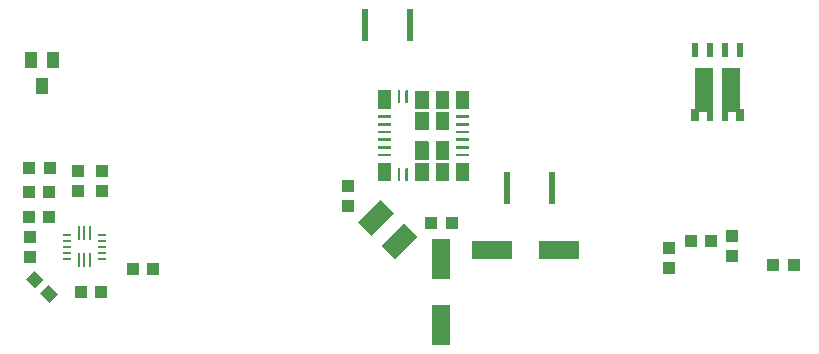
<source format=gbr>
G04 EAGLE Gerber RS-274X export*
G75*
%MOMM*%
%FSLAX34Y34*%
%LPD*%
%INSolderpaste Bottom*%
%IPPOS*%
%AMOC8*
5,1,8,0,0,1.08239X$1,22.5*%
G01*
%ADD10R,1.100000X1.000000*%
%ADD11R,1.000000X1.100000*%
%ADD12R,0.558800X2.794000*%
%ADD13R,1.600000X2.700000*%
%ADD14R,1.000000X1.400000*%
%ADD15R,3.500000X1.600000*%
%ADD16R,1.600000X3.500000*%
%ADD17R,0.610000X1.020000*%
%ADD18R,1.650000X3.810000*%
%ADD19R,0.610000X1.270000*%
%ADD20R,0.650000X1.100000*%
%ADD21R,0.650000X1.050000*%
%ADD22R,0.700000X0.200000*%
%ADD23R,0.200000X1.300000*%

G36*
X33956Y-297335D02*
X33956Y-297335D01*
X33960Y-297338D01*
X34151Y-297300D01*
X34160Y-297290D01*
X34169Y-297293D01*
X34331Y-297185D01*
X34335Y-297171D01*
X34345Y-297171D01*
X34453Y-297009D01*
X34452Y-296995D01*
X34460Y-296991D01*
X34498Y-296800D01*
X34495Y-296793D01*
X34499Y-296790D01*
X34499Y-282290D01*
X34495Y-282284D01*
X34498Y-282280D01*
X34460Y-282089D01*
X34450Y-282080D01*
X34453Y-282071D01*
X34345Y-281909D01*
X34331Y-281905D01*
X34331Y-281896D01*
X34169Y-281787D01*
X34155Y-281788D01*
X34151Y-281780D01*
X33960Y-281742D01*
X33953Y-281745D01*
X33950Y-281741D01*
X23450Y-281741D01*
X23444Y-281745D01*
X23440Y-281742D01*
X23249Y-281780D01*
X23240Y-281790D01*
X23231Y-281787D01*
X23069Y-281896D01*
X23065Y-281909D01*
X23056Y-281909D01*
X22947Y-282071D01*
X22948Y-282085D01*
X22940Y-282089D01*
X22902Y-282280D01*
X22905Y-282287D01*
X22901Y-282290D01*
X22901Y-296790D01*
X22905Y-296796D01*
X22902Y-296800D01*
X22940Y-296991D01*
X22950Y-297000D01*
X22947Y-297009D01*
X23056Y-297171D01*
X23069Y-297175D01*
X23069Y-297185D01*
X23231Y-297293D01*
X23245Y-297292D01*
X23249Y-297300D01*
X23440Y-297338D01*
X23447Y-297335D01*
X23450Y-297339D01*
X33950Y-297339D01*
X33956Y-297335D01*
G37*
G36*
X16456Y-297335D02*
X16456Y-297335D01*
X16460Y-297338D01*
X16651Y-297300D01*
X16660Y-297290D01*
X16669Y-297293D01*
X16831Y-297185D01*
X16835Y-297171D01*
X16845Y-297171D01*
X16953Y-297009D01*
X16952Y-296995D01*
X16960Y-296991D01*
X16998Y-296800D01*
X16995Y-296793D01*
X16999Y-296790D01*
X16999Y-282290D01*
X16995Y-282284D01*
X16998Y-282280D01*
X16960Y-282089D01*
X16950Y-282080D01*
X16953Y-282071D01*
X16845Y-281909D01*
X16831Y-281905D01*
X16831Y-281896D01*
X16669Y-281787D01*
X16655Y-281788D01*
X16651Y-281780D01*
X16460Y-281742D01*
X16453Y-281745D01*
X16450Y-281741D01*
X5950Y-281741D01*
X5944Y-281745D01*
X5940Y-281742D01*
X5749Y-281780D01*
X5740Y-281790D01*
X5731Y-281787D01*
X5569Y-281896D01*
X5565Y-281909D01*
X5556Y-281909D01*
X5447Y-282071D01*
X5448Y-282085D01*
X5440Y-282089D01*
X5402Y-282280D01*
X5405Y-282287D01*
X5401Y-282290D01*
X5401Y-296790D01*
X5405Y-296796D01*
X5402Y-296800D01*
X5440Y-296991D01*
X5450Y-297000D01*
X5447Y-297009D01*
X5556Y-297171D01*
X5569Y-297175D01*
X5569Y-297185D01*
X5731Y-297293D01*
X5745Y-297292D01*
X5749Y-297300D01*
X5940Y-297338D01*
X5947Y-297335D01*
X5950Y-297339D01*
X16450Y-297339D01*
X16456Y-297335D01*
G37*
G36*
X33956Y-315335D02*
X33956Y-315335D01*
X33960Y-315338D01*
X34151Y-315300D01*
X34160Y-315290D01*
X34169Y-315293D01*
X34331Y-315185D01*
X34335Y-315171D01*
X34345Y-315171D01*
X34453Y-315009D01*
X34452Y-314995D01*
X34460Y-314991D01*
X34498Y-314800D01*
X34495Y-314793D01*
X34499Y-314790D01*
X34499Y-300290D01*
X34495Y-300284D01*
X34498Y-300280D01*
X34460Y-300089D01*
X34450Y-300080D01*
X34453Y-300071D01*
X34345Y-299909D01*
X34331Y-299905D01*
X34331Y-299896D01*
X34169Y-299787D01*
X34155Y-299788D01*
X34151Y-299780D01*
X33960Y-299742D01*
X33953Y-299745D01*
X33950Y-299741D01*
X23450Y-299741D01*
X23444Y-299745D01*
X23440Y-299742D01*
X23249Y-299780D01*
X23240Y-299790D01*
X23231Y-299787D01*
X23069Y-299896D01*
X23065Y-299909D01*
X23056Y-299909D01*
X22947Y-300071D01*
X22948Y-300085D01*
X22940Y-300089D01*
X22902Y-300280D01*
X22905Y-300287D01*
X22901Y-300290D01*
X22901Y-314790D01*
X22905Y-314796D01*
X22902Y-314800D01*
X22940Y-314991D01*
X22950Y-315000D01*
X22947Y-315009D01*
X23056Y-315171D01*
X23069Y-315175D01*
X23069Y-315185D01*
X23231Y-315293D01*
X23245Y-315292D01*
X23249Y-315300D01*
X23440Y-315338D01*
X23447Y-315335D01*
X23450Y-315339D01*
X33950Y-315339D01*
X33956Y-315335D01*
G37*
G36*
X16456Y-315335D02*
X16456Y-315335D01*
X16460Y-315338D01*
X16651Y-315300D01*
X16660Y-315290D01*
X16669Y-315293D01*
X16831Y-315185D01*
X16835Y-315171D01*
X16845Y-315171D01*
X16953Y-315009D01*
X16952Y-314995D01*
X16960Y-314991D01*
X16998Y-314800D01*
X16995Y-314793D01*
X16999Y-314790D01*
X16999Y-300290D01*
X16995Y-300284D01*
X16998Y-300280D01*
X16960Y-300089D01*
X16950Y-300080D01*
X16953Y-300071D01*
X16845Y-299909D01*
X16831Y-299905D01*
X16831Y-299896D01*
X16669Y-299787D01*
X16655Y-299788D01*
X16651Y-299780D01*
X16460Y-299742D01*
X16453Y-299745D01*
X16450Y-299741D01*
X5950Y-299741D01*
X5944Y-299745D01*
X5940Y-299742D01*
X5749Y-299780D01*
X5740Y-299790D01*
X5731Y-299787D01*
X5569Y-299896D01*
X5565Y-299909D01*
X5556Y-299909D01*
X5447Y-300071D01*
X5448Y-300085D01*
X5440Y-300089D01*
X5402Y-300280D01*
X5405Y-300287D01*
X5401Y-300290D01*
X5401Y-314790D01*
X5405Y-314796D01*
X5402Y-314800D01*
X5440Y-314991D01*
X5450Y-315000D01*
X5447Y-315009D01*
X5556Y-315171D01*
X5569Y-315175D01*
X5569Y-315185D01*
X5731Y-315293D01*
X5745Y-315292D01*
X5749Y-315300D01*
X5940Y-315338D01*
X5947Y-315335D01*
X5950Y-315339D01*
X16450Y-315339D01*
X16456Y-315335D01*
G37*
G36*
X16456Y-340335D02*
X16456Y-340335D01*
X16460Y-340338D01*
X16651Y-340300D01*
X16660Y-340290D01*
X16669Y-340293D01*
X16831Y-340185D01*
X16835Y-340171D01*
X16845Y-340171D01*
X16953Y-340009D01*
X16952Y-339995D01*
X16960Y-339991D01*
X16998Y-339800D01*
X16995Y-339793D01*
X16999Y-339790D01*
X16999Y-325290D01*
X16995Y-325284D01*
X16998Y-325280D01*
X16960Y-325089D01*
X16950Y-325080D01*
X16953Y-325071D01*
X16845Y-324909D01*
X16831Y-324905D01*
X16831Y-324896D01*
X16669Y-324787D01*
X16655Y-324788D01*
X16651Y-324780D01*
X16460Y-324742D01*
X16453Y-324745D01*
X16450Y-324741D01*
X5950Y-324741D01*
X5944Y-324745D01*
X5940Y-324742D01*
X5749Y-324780D01*
X5740Y-324790D01*
X5731Y-324787D01*
X5569Y-324896D01*
X5565Y-324909D01*
X5556Y-324909D01*
X5447Y-325071D01*
X5448Y-325085D01*
X5440Y-325089D01*
X5402Y-325280D01*
X5405Y-325287D01*
X5401Y-325290D01*
X5401Y-339790D01*
X5405Y-339796D01*
X5402Y-339800D01*
X5440Y-339991D01*
X5450Y-340000D01*
X5447Y-340009D01*
X5556Y-340171D01*
X5569Y-340175D01*
X5569Y-340185D01*
X5731Y-340293D01*
X5745Y-340292D01*
X5749Y-340300D01*
X5940Y-340338D01*
X5947Y-340335D01*
X5950Y-340339D01*
X16450Y-340339D01*
X16456Y-340335D01*
G37*
G36*
X33956Y-340335D02*
X33956Y-340335D01*
X33960Y-340338D01*
X34151Y-340300D01*
X34160Y-340290D01*
X34169Y-340293D01*
X34331Y-340185D01*
X34335Y-340171D01*
X34345Y-340171D01*
X34453Y-340009D01*
X34452Y-339995D01*
X34460Y-339991D01*
X34498Y-339800D01*
X34495Y-339793D01*
X34499Y-339790D01*
X34499Y-325290D01*
X34495Y-325284D01*
X34498Y-325280D01*
X34460Y-325089D01*
X34450Y-325080D01*
X34453Y-325071D01*
X34345Y-324909D01*
X34331Y-324905D01*
X34331Y-324896D01*
X34169Y-324787D01*
X34155Y-324788D01*
X34151Y-324780D01*
X33960Y-324742D01*
X33953Y-324745D01*
X33950Y-324741D01*
X23450Y-324741D01*
X23444Y-324745D01*
X23440Y-324742D01*
X23249Y-324780D01*
X23240Y-324790D01*
X23231Y-324787D01*
X23069Y-324896D01*
X23065Y-324909D01*
X23056Y-324909D01*
X22947Y-325071D01*
X22948Y-325085D01*
X22940Y-325089D01*
X22902Y-325280D01*
X22905Y-325287D01*
X22901Y-325290D01*
X22901Y-339790D01*
X22905Y-339796D01*
X22902Y-339800D01*
X22940Y-339991D01*
X22950Y-340000D01*
X22947Y-340009D01*
X23056Y-340171D01*
X23069Y-340175D01*
X23069Y-340185D01*
X23231Y-340293D01*
X23245Y-340292D01*
X23249Y-340300D01*
X23440Y-340338D01*
X23447Y-340335D01*
X23450Y-340339D01*
X33950Y-340339D01*
X33956Y-340335D01*
G37*
G36*
X33956Y-358335D02*
X33956Y-358335D01*
X33960Y-358338D01*
X34151Y-358300D01*
X34160Y-358290D01*
X34169Y-358293D01*
X34331Y-358185D01*
X34335Y-358171D01*
X34345Y-358171D01*
X34453Y-358009D01*
X34452Y-357995D01*
X34460Y-357991D01*
X34498Y-357800D01*
X34495Y-357793D01*
X34499Y-357790D01*
X34499Y-343290D01*
X34495Y-343284D01*
X34498Y-343280D01*
X34460Y-343089D01*
X34450Y-343080D01*
X34453Y-343071D01*
X34345Y-342909D01*
X34331Y-342905D01*
X34331Y-342896D01*
X34169Y-342787D01*
X34155Y-342788D01*
X34151Y-342780D01*
X33960Y-342742D01*
X33953Y-342745D01*
X33950Y-342741D01*
X23450Y-342741D01*
X23444Y-342745D01*
X23440Y-342742D01*
X23249Y-342780D01*
X23240Y-342790D01*
X23231Y-342787D01*
X23069Y-342896D01*
X23065Y-342909D01*
X23056Y-342909D01*
X22947Y-343071D01*
X22948Y-343085D01*
X22940Y-343089D01*
X22902Y-343280D01*
X22905Y-343287D01*
X22901Y-343290D01*
X22901Y-357790D01*
X22905Y-357796D01*
X22902Y-357800D01*
X22940Y-357991D01*
X22950Y-358000D01*
X22947Y-358009D01*
X23056Y-358171D01*
X23069Y-358175D01*
X23069Y-358185D01*
X23231Y-358293D01*
X23245Y-358292D01*
X23249Y-358300D01*
X23440Y-358338D01*
X23447Y-358335D01*
X23450Y-358339D01*
X33950Y-358339D01*
X33956Y-358335D01*
G37*
G36*
X16456Y-358585D02*
X16456Y-358585D01*
X16460Y-358588D01*
X16651Y-358550D01*
X16660Y-358540D01*
X16669Y-358543D01*
X16831Y-358435D01*
X16835Y-358421D01*
X16845Y-358421D01*
X16953Y-358259D01*
X16952Y-358245D01*
X16960Y-358241D01*
X16998Y-358050D01*
X16995Y-358043D01*
X16999Y-358040D01*
X16999Y-343540D01*
X16995Y-343534D01*
X16998Y-343530D01*
X16960Y-343339D01*
X16950Y-343330D01*
X16953Y-343321D01*
X16845Y-343159D01*
X16831Y-343155D01*
X16831Y-343146D01*
X16669Y-343037D01*
X16655Y-343038D01*
X16651Y-343030D01*
X16460Y-342992D01*
X16453Y-342995D01*
X16450Y-342991D01*
X5950Y-342991D01*
X5944Y-342995D01*
X5940Y-342992D01*
X5749Y-343030D01*
X5740Y-343040D01*
X5731Y-343037D01*
X5569Y-343146D01*
X5565Y-343159D01*
X5556Y-343159D01*
X5447Y-343321D01*
X5448Y-343335D01*
X5440Y-343339D01*
X5402Y-343530D01*
X5405Y-343537D01*
X5401Y-343540D01*
X5401Y-358040D01*
X5405Y-358046D01*
X5402Y-358050D01*
X5440Y-358241D01*
X5450Y-358250D01*
X5447Y-358259D01*
X5556Y-358421D01*
X5569Y-358425D01*
X5569Y-358435D01*
X5731Y-358543D01*
X5745Y-358542D01*
X5749Y-358550D01*
X5940Y-358588D01*
X5947Y-358585D01*
X5950Y-358589D01*
X16450Y-358589D01*
X16456Y-358585D01*
G37*
G36*
X-25006Y-297312D02*
X-25006Y-297312D01*
X-25013Y-297298D01*
X-25001Y-297288D01*
X-25007Y-297089D01*
X-15550Y-297089D01*
X-15544Y-297085D01*
X-15540Y-297088D01*
X-15349Y-297050D01*
X-15340Y-297040D01*
X-15331Y-297043D01*
X-15169Y-296935D01*
X-15165Y-296921D01*
X-15156Y-296921D01*
X-15047Y-296759D01*
X-15048Y-296745D01*
X-15040Y-296741D01*
X-15002Y-296550D01*
X-15005Y-296543D01*
X-15001Y-296540D01*
X-15001Y-282040D01*
X-15005Y-282034D01*
X-15002Y-282030D01*
X-15040Y-281839D01*
X-15050Y-281830D01*
X-15047Y-281821D01*
X-15156Y-281659D01*
X-15169Y-281655D01*
X-15169Y-281646D01*
X-15331Y-281537D01*
X-15345Y-281538D01*
X-15349Y-281530D01*
X-15540Y-281492D01*
X-15547Y-281495D01*
X-15550Y-281491D01*
X-25050Y-281491D01*
X-25056Y-281495D01*
X-25060Y-281492D01*
X-25251Y-281530D01*
X-25260Y-281540D01*
X-25269Y-281537D01*
X-25431Y-281646D01*
X-25435Y-281659D01*
X-25445Y-281659D01*
X-25553Y-281821D01*
X-25552Y-281835D01*
X-25560Y-281839D01*
X-25598Y-282030D01*
X-25595Y-282037D01*
X-25599Y-282040D01*
X-25599Y-296790D01*
X-25595Y-296796D01*
X-25598Y-296800D01*
X-25560Y-296991D01*
X-25550Y-297000D01*
X-25553Y-297009D01*
X-25445Y-297171D01*
X-25431Y-297175D01*
X-25431Y-297185D01*
X-25269Y-297293D01*
X-25255Y-297292D01*
X-25251Y-297300D01*
X-25060Y-297338D01*
X-25006Y-297312D01*
G37*
G36*
X50456Y-297585D02*
X50456Y-297585D01*
X50460Y-297588D01*
X50651Y-297550D01*
X50660Y-297540D01*
X50669Y-297543D01*
X50831Y-297435D01*
X50835Y-297421D01*
X50845Y-297421D01*
X50953Y-297259D01*
X50952Y-297245D01*
X50960Y-297241D01*
X50998Y-297050D01*
X50995Y-297043D01*
X50999Y-297040D01*
X50999Y-282540D01*
X50995Y-282534D01*
X50998Y-282530D01*
X50960Y-282339D01*
X50950Y-282330D01*
X50953Y-282321D01*
X50845Y-282159D01*
X50831Y-282155D01*
X50831Y-282146D01*
X50669Y-282037D01*
X50655Y-282038D01*
X50651Y-282030D01*
X50460Y-281992D01*
X50453Y-281995D01*
X50450Y-281991D01*
X40950Y-281991D01*
X40944Y-281995D01*
X40940Y-281992D01*
X40749Y-282030D01*
X40740Y-282040D01*
X40731Y-282037D01*
X40569Y-282146D01*
X40565Y-282159D01*
X40556Y-282159D01*
X40447Y-282321D01*
X40448Y-282335D01*
X40440Y-282339D01*
X40402Y-282530D01*
X40405Y-282537D01*
X40401Y-282540D01*
X40401Y-297040D01*
X40405Y-297046D01*
X40402Y-297050D01*
X40440Y-297241D01*
X40450Y-297250D01*
X40447Y-297259D01*
X40556Y-297421D01*
X40569Y-297425D01*
X40569Y-297435D01*
X40731Y-297543D01*
X40745Y-297542D01*
X40749Y-297550D01*
X40940Y-297588D01*
X40947Y-297585D01*
X40950Y-297589D01*
X50450Y-297589D01*
X50456Y-297585D01*
G37*
G36*
X50456Y-358335D02*
X50456Y-358335D01*
X50460Y-358338D01*
X50651Y-358300D01*
X50660Y-358290D01*
X50669Y-358293D01*
X50831Y-358185D01*
X50835Y-358171D01*
X50845Y-358171D01*
X50953Y-358009D01*
X50952Y-357995D01*
X50960Y-357991D01*
X50998Y-357800D01*
X50995Y-357793D01*
X50999Y-357790D01*
X50999Y-343290D01*
X50995Y-343284D01*
X50998Y-343280D01*
X50960Y-343089D01*
X50950Y-343080D01*
X50953Y-343071D01*
X50845Y-342909D01*
X50831Y-342905D01*
X50831Y-342896D01*
X50669Y-342787D01*
X50655Y-342788D01*
X50651Y-342780D01*
X50460Y-342742D01*
X50453Y-342745D01*
X50450Y-342741D01*
X40950Y-342741D01*
X40944Y-342745D01*
X40940Y-342742D01*
X40749Y-342780D01*
X40740Y-342790D01*
X40731Y-342787D01*
X40569Y-342896D01*
X40565Y-342909D01*
X40556Y-342909D01*
X40447Y-343071D01*
X40448Y-343085D01*
X40440Y-343089D01*
X40402Y-343280D01*
X40405Y-343287D01*
X40401Y-343290D01*
X40401Y-357790D01*
X40405Y-357796D01*
X40402Y-357800D01*
X40440Y-357991D01*
X40450Y-358000D01*
X40447Y-358009D01*
X40556Y-358171D01*
X40569Y-358175D01*
X40569Y-358185D01*
X40731Y-358293D01*
X40745Y-358292D01*
X40749Y-358300D01*
X40940Y-358338D01*
X40947Y-358335D01*
X40950Y-358339D01*
X50450Y-358339D01*
X50456Y-358335D01*
G37*
G36*
X-15544Y-358335D02*
X-15544Y-358335D01*
X-15540Y-358338D01*
X-15349Y-358300D01*
X-15340Y-358290D01*
X-15331Y-358293D01*
X-15169Y-358185D01*
X-15165Y-358171D01*
X-15156Y-358171D01*
X-15047Y-358009D01*
X-15048Y-357995D01*
X-15040Y-357991D01*
X-15002Y-357800D01*
X-15005Y-357793D01*
X-15001Y-357790D01*
X-15001Y-343290D01*
X-15005Y-343284D01*
X-15002Y-343280D01*
X-15040Y-343089D01*
X-15050Y-343080D01*
X-15047Y-343071D01*
X-15156Y-342909D01*
X-15169Y-342905D01*
X-15169Y-342896D01*
X-15331Y-342787D01*
X-15345Y-342788D01*
X-15349Y-342780D01*
X-15540Y-342742D01*
X-15547Y-342745D01*
X-15550Y-342741D01*
X-25050Y-342741D01*
X-25056Y-342745D01*
X-25060Y-342742D01*
X-25251Y-342780D01*
X-25260Y-342790D01*
X-25269Y-342787D01*
X-25431Y-342896D01*
X-25435Y-342909D01*
X-25445Y-342909D01*
X-25553Y-343071D01*
X-25552Y-343085D01*
X-25560Y-343089D01*
X-25598Y-343280D01*
X-25595Y-343287D01*
X-25599Y-343290D01*
X-25599Y-357790D01*
X-25595Y-357796D01*
X-25598Y-357800D01*
X-25560Y-357991D01*
X-25550Y-358000D01*
X-25553Y-358009D01*
X-25445Y-358171D01*
X-25431Y-358175D01*
X-25431Y-358185D01*
X-25269Y-358293D01*
X-25255Y-358292D01*
X-25251Y-358300D01*
X-25060Y-358338D01*
X-25053Y-358335D01*
X-25050Y-358339D01*
X-15550Y-358339D01*
X-15544Y-358335D01*
G37*
G36*
X-7544Y-292585D02*
X-7544Y-292585D01*
X-7540Y-292588D01*
X-7349Y-292550D01*
X-7340Y-292540D01*
X-7331Y-292543D01*
X-7169Y-292435D01*
X-7165Y-292421D01*
X-7156Y-292421D01*
X-7047Y-292259D01*
X-7048Y-292245D01*
X-7040Y-292241D01*
X-7002Y-292050D01*
X-7005Y-292043D01*
X-7001Y-292040D01*
X-7001Y-282040D01*
X-7005Y-282034D01*
X-7002Y-282030D01*
X-7040Y-281839D01*
X-7050Y-281830D01*
X-7047Y-281821D01*
X-7156Y-281659D01*
X-7169Y-281655D01*
X-7169Y-281646D01*
X-7331Y-281537D01*
X-7345Y-281538D01*
X-7349Y-281530D01*
X-7540Y-281492D01*
X-7547Y-281495D01*
X-7550Y-281491D01*
X-8550Y-281491D01*
X-8556Y-281495D01*
X-8560Y-281492D01*
X-8751Y-281530D01*
X-8760Y-281540D01*
X-8769Y-281537D01*
X-8931Y-281646D01*
X-8935Y-281659D01*
X-8945Y-281659D01*
X-9053Y-281821D01*
X-9052Y-281833D01*
X-9059Y-281838D01*
X-9060Y-281839D01*
X-9098Y-282030D01*
X-9096Y-282035D01*
X-9097Y-282036D01*
X-9096Y-282038D01*
X-9099Y-282040D01*
X-9099Y-292040D01*
X-9095Y-292046D01*
X-9098Y-292050D01*
X-9060Y-292241D01*
X-9050Y-292250D01*
X-9053Y-292259D01*
X-8945Y-292421D01*
X-8931Y-292425D01*
X-8931Y-292435D01*
X-8769Y-292543D01*
X-8755Y-292542D01*
X-8751Y-292550D01*
X-8560Y-292588D01*
X-8553Y-292585D01*
X-8550Y-292589D01*
X-7550Y-292589D01*
X-7544Y-292585D01*
G37*
G36*
X-1044Y-292585D02*
X-1044Y-292585D01*
X-1040Y-292588D01*
X-849Y-292550D01*
X-840Y-292540D01*
X-831Y-292543D01*
X-669Y-292435D01*
X-665Y-292421D01*
X-656Y-292421D01*
X-547Y-292259D01*
X-548Y-292245D01*
X-540Y-292241D01*
X-502Y-292050D01*
X-505Y-292043D01*
X-501Y-292040D01*
X-501Y-282040D01*
X-505Y-282034D01*
X-502Y-282030D01*
X-540Y-281839D01*
X-550Y-281830D01*
X-547Y-281821D01*
X-656Y-281659D01*
X-669Y-281655D01*
X-669Y-281646D01*
X-831Y-281537D01*
X-845Y-281538D01*
X-849Y-281530D01*
X-1040Y-281492D01*
X-1047Y-281495D01*
X-1050Y-281491D01*
X-2050Y-281491D01*
X-2056Y-281495D01*
X-2060Y-281492D01*
X-2251Y-281530D01*
X-2260Y-281540D01*
X-2269Y-281537D01*
X-2431Y-281646D01*
X-2435Y-281659D01*
X-2445Y-281659D01*
X-2553Y-281821D01*
X-2552Y-281833D01*
X-2559Y-281838D01*
X-2560Y-281839D01*
X-2598Y-282030D01*
X-2596Y-282035D01*
X-2597Y-282036D01*
X-2596Y-282038D01*
X-2599Y-282040D01*
X-2599Y-292040D01*
X-2595Y-292046D01*
X-2598Y-292050D01*
X-2560Y-292241D01*
X-2550Y-292250D01*
X-2553Y-292259D01*
X-2445Y-292421D01*
X-2431Y-292425D01*
X-2431Y-292435D01*
X-2269Y-292543D01*
X-2255Y-292542D01*
X-2251Y-292550D01*
X-2060Y-292588D01*
X-2053Y-292585D01*
X-2050Y-292589D01*
X-1050Y-292589D01*
X-1044Y-292585D01*
G37*
G36*
X-1044Y-358585D02*
X-1044Y-358585D01*
X-1040Y-358588D01*
X-849Y-358550D01*
X-840Y-358540D01*
X-831Y-358543D01*
X-669Y-358435D01*
X-665Y-358421D01*
X-656Y-358421D01*
X-547Y-358259D01*
X-548Y-358245D01*
X-540Y-358241D01*
X-502Y-358050D01*
X-505Y-358043D01*
X-501Y-358040D01*
X-501Y-348040D01*
X-505Y-348034D01*
X-502Y-348030D01*
X-540Y-347839D01*
X-550Y-347830D01*
X-547Y-347821D01*
X-656Y-347659D01*
X-669Y-347655D01*
X-669Y-347646D01*
X-831Y-347537D01*
X-845Y-347538D01*
X-849Y-347530D01*
X-1040Y-347492D01*
X-1047Y-347495D01*
X-1050Y-347491D01*
X-2050Y-347491D01*
X-2056Y-347495D01*
X-2060Y-347492D01*
X-2251Y-347530D01*
X-2260Y-347540D01*
X-2269Y-347537D01*
X-2431Y-347646D01*
X-2435Y-347659D01*
X-2445Y-347659D01*
X-2553Y-347821D01*
X-2552Y-347833D01*
X-2559Y-347838D01*
X-2560Y-347839D01*
X-2598Y-348030D01*
X-2596Y-348035D01*
X-2597Y-348036D01*
X-2596Y-348038D01*
X-2599Y-348040D01*
X-2599Y-358040D01*
X-2595Y-358046D01*
X-2598Y-358050D01*
X-2560Y-358241D01*
X-2550Y-358250D01*
X-2553Y-358259D01*
X-2445Y-358421D01*
X-2431Y-358425D01*
X-2431Y-358435D01*
X-2269Y-358543D01*
X-2255Y-358542D01*
X-2251Y-358550D01*
X-2060Y-358588D01*
X-2053Y-358585D01*
X-2050Y-358589D01*
X-1050Y-358589D01*
X-1044Y-358585D01*
G37*
G36*
X-7544Y-358585D02*
X-7544Y-358585D01*
X-7540Y-358588D01*
X-7349Y-358550D01*
X-7340Y-358540D01*
X-7331Y-358543D01*
X-7169Y-358435D01*
X-7165Y-358421D01*
X-7156Y-358421D01*
X-7047Y-358259D01*
X-7048Y-358245D01*
X-7040Y-358241D01*
X-7002Y-358050D01*
X-7005Y-358043D01*
X-7001Y-358040D01*
X-7001Y-348040D01*
X-7005Y-348034D01*
X-7002Y-348030D01*
X-7040Y-347839D01*
X-7050Y-347830D01*
X-7047Y-347821D01*
X-7156Y-347659D01*
X-7169Y-347655D01*
X-7169Y-347646D01*
X-7331Y-347537D01*
X-7345Y-347538D01*
X-7349Y-347530D01*
X-7540Y-347492D01*
X-7547Y-347495D01*
X-7550Y-347491D01*
X-8550Y-347491D01*
X-8556Y-347495D01*
X-8560Y-347492D01*
X-8751Y-347530D01*
X-8760Y-347540D01*
X-8769Y-347537D01*
X-8931Y-347646D01*
X-8935Y-347659D01*
X-8945Y-347659D01*
X-9053Y-347821D01*
X-9052Y-347833D01*
X-9059Y-347838D01*
X-9060Y-347839D01*
X-9098Y-348030D01*
X-9096Y-348035D01*
X-9097Y-348036D01*
X-9096Y-348038D01*
X-9099Y-348040D01*
X-9099Y-358040D01*
X-9095Y-358046D01*
X-9098Y-358050D01*
X-9060Y-358241D01*
X-9050Y-358250D01*
X-9053Y-358259D01*
X-8945Y-358421D01*
X-8931Y-358425D01*
X-8931Y-358435D01*
X-8769Y-358543D01*
X-8755Y-358542D01*
X-8751Y-358550D01*
X-8560Y-358588D01*
X-8553Y-358585D01*
X-8550Y-358589D01*
X-7550Y-358589D01*
X-7544Y-358585D01*
G37*
G36*
X-15294Y-304835D02*
X-15294Y-304835D01*
X-15290Y-304838D01*
X-15099Y-304800D01*
X-15090Y-304790D01*
X-15081Y-304793D01*
X-14919Y-304685D01*
X-14915Y-304671D01*
X-14906Y-304671D01*
X-14797Y-304509D01*
X-14798Y-304495D01*
X-14790Y-304491D01*
X-14752Y-304300D01*
X-14755Y-304293D01*
X-14751Y-304290D01*
X-14751Y-303290D01*
X-14755Y-303284D01*
X-14752Y-303280D01*
X-14790Y-303089D01*
X-14800Y-303080D01*
X-14797Y-303071D01*
X-14906Y-302909D01*
X-14919Y-302905D01*
X-14919Y-302896D01*
X-15081Y-302787D01*
X-15095Y-302788D01*
X-15099Y-302780D01*
X-15290Y-302742D01*
X-15297Y-302745D01*
X-15300Y-302741D01*
X-25300Y-302741D01*
X-25306Y-302745D01*
X-25310Y-302742D01*
X-25501Y-302780D01*
X-25510Y-302790D01*
X-25519Y-302787D01*
X-25681Y-302896D01*
X-25685Y-302909D01*
X-25695Y-302909D01*
X-25803Y-303071D01*
X-25802Y-303085D01*
X-25810Y-303089D01*
X-25848Y-303280D01*
X-25845Y-303287D01*
X-25849Y-303290D01*
X-25849Y-304290D01*
X-25845Y-304296D01*
X-25848Y-304300D01*
X-25810Y-304491D01*
X-25800Y-304500D01*
X-25803Y-304509D01*
X-25695Y-304671D01*
X-25681Y-304675D01*
X-25681Y-304685D01*
X-25519Y-304793D01*
X-25505Y-304792D01*
X-25501Y-304800D01*
X-25310Y-304838D01*
X-25303Y-304835D01*
X-25300Y-304839D01*
X-15300Y-304839D01*
X-15294Y-304835D01*
G37*
G36*
X50706Y-304835D02*
X50706Y-304835D01*
X50710Y-304838D01*
X50901Y-304800D01*
X50910Y-304790D01*
X50919Y-304793D01*
X51081Y-304685D01*
X51085Y-304671D01*
X51095Y-304671D01*
X51203Y-304509D01*
X51202Y-304495D01*
X51210Y-304491D01*
X51248Y-304300D01*
X51245Y-304293D01*
X51249Y-304290D01*
X51249Y-303290D01*
X51245Y-303284D01*
X51248Y-303280D01*
X51210Y-303089D01*
X51200Y-303080D01*
X51203Y-303071D01*
X51095Y-302909D01*
X51081Y-302905D01*
X51081Y-302896D01*
X50919Y-302787D01*
X50905Y-302788D01*
X50901Y-302780D01*
X50710Y-302742D01*
X50703Y-302745D01*
X50700Y-302741D01*
X40700Y-302741D01*
X40694Y-302745D01*
X40690Y-302742D01*
X40499Y-302780D01*
X40490Y-302790D01*
X40481Y-302787D01*
X40319Y-302896D01*
X40315Y-302909D01*
X40306Y-302909D01*
X40197Y-303071D01*
X40198Y-303085D01*
X40190Y-303089D01*
X40152Y-303280D01*
X40155Y-303287D01*
X40151Y-303290D01*
X40151Y-304290D01*
X40155Y-304296D01*
X40152Y-304300D01*
X40190Y-304491D01*
X40200Y-304500D01*
X40197Y-304509D01*
X40306Y-304671D01*
X40319Y-304675D01*
X40319Y-304685D01*
X40481Y-304793D01*
X40495Y-304792D01*
X40499Y-304800D01*
X40690Y-304838D01*
X40697Y-304835D01*
X40700Y-304839D01*
X50700Y-304839D01*
X50706Y-304835D01*
G37*
G36*
X50706Y-311335D02*
X50706Y-311335D01*
X50710Y-311338D01*
X50901Y-311300D01*
X50910Y-311290D01*
X50919Y-311293D01*
X51081Y-311185D01*
X51085Y-311171D01*
X51095Y-311171D01*
X51203Y-311009D01*
X51202Y-310995D01*
X51210Y-310991D01*
X51248Y-310800D01*
X51245Y-310793D01*
X51249Y-310790D01*
X51249Y-309790D01*
X51245Y-309784D01*
X51248Y-309780D01*
X51210Y-309589D01*
X51200Y-309580D01*
X51203Y-309571D01*
X51095Y-309409D01*
X51081Y-309405D01*
X51081Y-309396D01*
X50919Y-309287D01*
X50905Y-309288D01*
X50901Y-309280D01*
X50710Y-309242D01*
X50703Y-309245D01*
X50700Y-309241D01*
X40700Y-309241D01*
X40694Y-309245D01*
X40690Y-309242D01*
X40499Y-309280D01*
X40490Y-309290D01*
X40481Y-309287D01*
X40319Y-309396D01*
X40315Y-309409D01*
X40306Y-309409D01*
X40197Y-309571D01*
X40198Y-309585D01*
X40190Y-309589D01*
X40152Y-309780D01*
X40155Y-309787D01*
X40151Y-309790D01*
X40151Y-310790D01*
X40155Y-310796D01*
X40152Y-310800D01*
X40190Y-310991D01*
X40200Y-311000D01*
X40197Y-311009D01*
X40306Y-311171D01*
X40319Y-311175D01*
X40319Y-311185D01*
X40481Y-311293D01*
X40495Y-311292D01*
X40499Y-311300D01*
X40690Y-311338D01*
X40697Y-311335D01*
X40700Y-311339D01*
X50700Y-311339D01*
X50706Y-311335D01*
G37*
G36*
X-15294Y-311335D02*
X-15294Y-311335D01*
X-15290Y-311338D01*
X-15099Y-311300D01*
X-15090Y-311290D01*
X-15081Y-311293D01*
X-14919Y-311185D01*
X-14915Y-311171D01*
X-14906Y-311171D01*
X-14797Y-311009D01*
X-14798Y-310995D01*
X-14790Y-310991D01*
X-14752Y-310800D01*
X-14755Y-310793D01*
X-14751Y-310790D01*
X-14751Y-309790D01*
X-14755Y-309784D01*
X-14752Y-309780D01*
X-14790Y-309589D01*
X-14800Y-309580D01*
X-14797Y-309571D01*
X-14906Y-309409D01*
X-14919Y-309405D01*
X-14919Y-309396D01*
X-15081Y-309287D01*
X-15095Y-309288D01*
X-15099Y-309280D01*
X-15290Y-309242D01*
X-15297Y-309245D01*
X-15300Y-309241D01*
X-25300Y-309241D01*
X-25306Y-309245D01*
X-25310Y-309242D01*
X-25501Y-309280D01*
X-25510Y-309290D01*
X-25519Y-309287D01*
X-25681Y-309396D01*
X-25685Y-309409D01*
X-25695Y-309409D01*
X-25803Y-309571D01*
X-25802Y-309585D01*
X-25810Y-309589D01*
X-25848Y-309780D01*
X-25845Y-309787D01*
X-25849Y-309790D01*
X-25849Y-310790D01*
X-25845Y-310796D01*
X-25848Y-310800D01*
X-25810Y-310991D01*
X-25800Y-311000D01*
X-25803Y-311009D01*
X-25695Y-311171D01*
X-25681Y-311175D01*
X-25681Y-311185D01*
X-25519Y-311293D01*
X-25505Y-311292D01*
X-25501Y-311300D01*
X-25310Y-311338D01*
X-25303Y-311335D01*
X-25300Y-311339D01*
X-15300Y-311339D01*
X-15294Y-311335D01*
G37*
G36*
X-15294Y-317835D02*
X-15294Y-317835D01*
X-15290Y-317838D01*
X-15099Y-317800D01*
X-15090Y-317790D01*
X-15081Y-317793D01*
X-14919Y-317685D01*
X-14915Y-317671D01*
X-14906Y-317671D01*
X-14797Y-317509D01*
X-14798Y-317495D01*
X-14790Y-317491D01*
X-14752Y-317300D01*
X-14755Y-317293D01*
X-14751Y-317290D01*
X-14751Y-316290D01*
X-14755Y-316284D01*
X-14752Y-316280D01*
X-14790Y-316089D01*
X-14800Y-316080D01*
X-14797Y-316071D01*
X-14906Y-315909D01*
X-14919Y-315905D01*
X-14919Y-315896D01*
X-15081Y-315787D01*
X-15095Y-315788D01*
X-15099Y-315780D01*
X-15290Y-315742D01*
X-15297Y-315745D01*
X-15300Y-315741D01*
X-25300Y-315741D01*
X-25306Y-315745D01*
X-25310Y-315742D01*
X-25501Y-315780D01*
X-25510Y-315790D01*
X-25519Y-315787D01*
X-25681Y-315896D01*
X-25685Y-315909D01*
X-25695Y-315909D01*
X-25803Y-316071D01*
X-25802Y-316085D01*
X-25810Y-316089D01*
X-25848Y-316280D01*
X-25845Y-316287D01*
X-25849Y-316290D01*
X-25849Y-317290D01*
X-25845Y-317296D01*
X-25848Y-317300D01*
X-25810Y-317491D01*
X-25800Y-317500D01*
X-25803Y-317509D01*
X-25695Y-317671D01*
X-25681Y-317675D01*
X-25681Y-317685D01*
X-25519Y-317793D01*
X-25505Y-317792D01*
X-25501Y-317800D01*
X-25310Y-317838D01*
X-25303Y-317835D01*
X-25300Y-317839D01*
X-15300Y-317839D01*
X-15294Y-317835D01*
G37*
G36*
X50706Y-317835D02*
X50706Y-317835D01*
X50710Y-317838D01*
X50901Y-317800D01*
X50910Y-317790D01*
X50919Y-317793D01*
X51081Y-317685D01*
X51085Y-317671D01*
X51095Y-317671D01*
X51203Y-317509D01*
X51202Y-317495D01*
X51210Y-317491D01*
X51248Y-317300D01*
X51245Y-317293D01*
X51249Y-317290D01*
X51249Y-316290D01*
X51245Y-316284D01*
X51248Y-316280D01*
X51210Y-316089D01*
X51200Y-316080D01*
X51203Y-316071D01*
X51095Y-315909D01*
X51081Y-315905D01*
X51081Y-315896D01*
X50919Y-315787D01*
X50905Y-315788D01*
X50901Y-315780D01*
X50710Y-315742D01*
X50703Y-315745D01*
X50700Y-315741D01*
X40700Y-315741D01*
X40694Y-315745D01*
X40690Y-315742D01*
X40499Y-315780D01*
X40490Y-315790D01*
X40481Y-315787D01*
X40319Y-315896D01*
X40315Y-315909D01*
X40306Y-315909D01*
X40197Y-316071D01*
X40198Y-316085D01*
X40190Y-316089D01*
X40152Y-316280D01*
X40155Y-316287D01*
X40151Y-316290D01*
X40151Y-317290D01*
X40155Y-317296D01*
X40152Y-317300D01*
X40190Y-317491D01*
X40200Y-317500D01*
X40197Y-317509D01*
X40306Y-317671D01*
X40319Y-317675D01*
X40319Y-317685D01*
X40481Y-317793D01*
X40495Y-317792D01*
X40499Y-317800D01*
X40690Y-317838D01*
X40697Y-317835D01*
X40700Y-317839D01*
X50700Y-317839D01*
X50706Y-317835D01*
G37*
G36*
X-15294Y-324335D02*
X-15294Y-324335D01*
X-15290Y-324338D01*
X-15099Y-324300D01*
X-15090Y-324290D01*
X-15081Y-324293D01*
X-14919Y-324185D01*
X-14915Y-324171D01*
X-14906Y-324171D01*
X-14797Y-324009D01*
X-14798Y-323995D01*
X-14790Y-323991D01*
X-14752Y-323800D01*
X-14755Y-323793D01*
X-14751Y-323790D01*
X-14751Y-322790D01*
X-14755Y-322784D01*
X-14752Y-322780D01*
X-14790Y-322589D01*
X-14800Y-322580D01*
X-14797Y-322571D01*
X-14906Y-322409D01*
X-14919Y-322405D01*
X-14919Y-322396D01*
X-15081Y-322287D01*
X-15095Y-322288D01*
X-15099Y-322280D01*
X-15290Y-322242D01*
X-15297Y-322245D01*
X-15300Y-322241D01*
X-25300Y-322241D01*
X-25306Y-322245D01*
X-25310Y-322242D01*
X-25501Y-322280D01*
X-25510Y-322290D01*
X-25519Y-322287D01*
X-25681Y-322396D01*
X-25685Y-322409D01*
X-25695Y-322409D01*
X-25803Y-322571D01*
X-25802Y-322585D01*
X-25810Y-322589D01*
X-25848Y-322780D01*
X-25845Y-322787D01*
X-25849Y-322790D01*
X-25849Y-323790D01*
X-25845Y-323796D01*
X-25848Y-323800D01*
X-25810Y-323991D01*
X-25800Y-324000D01*
X-25803Y-324009D01*
X-25695Y-324171D01*
X-25681Y-324175D01*
X-25681Y-324185D01*
X-25519Y-324293D01*
X-25505Y-324292D01*
X-25501Y-324300D01*
X-25310Y-324338D01*
X-25303Y-324335D01*
X-25300Y-324339D01*
X-15300Y-324339D01*
X-15294Y-324335D01*
G37*
G36*
X50706Y-324335D02*
X50706Y-324335D01*
X50710Y-324338D01*
X50901Y-324300D01*
X50910Y-324290D01*
X50919Y-324293D01*
X51081Y-324185D01*
X51085Y-324171D01*
X51095Y-324171D01*
X51203Y-324009D01*
X51202Y-323995D01*
X51210Y-323991D01*
X51248Y-323800D01*
X51245Y-323793D01*
X51249Y-323790D01*
X51249Y-322790D01*
X51245Y-322784D01*
X51248Y-322780D01*
X51210Y-322589D01*
X51200Y-322580D01*
X51203Y-322571D01*
X51095Y-322409D01*
X51081Y-322405D01*
X51081Y-322396D01*
X50919Y-322287D01*
X50905Y-322288D01*
X50901Y-322280D01*
X50710Y-322242D01*
X50703Y-322245D01*
X50700Y-322241D01*
X40700Y-322241D01*
X40694Y-322245D01*
X40690Y-322242D01*
X40499Y-322280D01*
X40490Y-322290D01*
X40481Y-322287D01*
X40319Y-322396D01*
X40315Y-322409D01*
X40306Y-322409D01*
X40197Y-322571D01*
X40198Y-322585D01*
X40190Y-322589D01*
X40152Y-322780D01*
X40155Y-322787D01*
X40151Y-322790D01*
X40151Y-323790D01*
X40155Y-323796D01*
X40152Y-323800D01*
X40190Y-323991D01*
X40200Y-324000D01*
X40197Y-324009D01*
X40306Y-324171D01*
X40319Y-324175D01*
X40319Y-324185D01*
X40481Y-324293D01*
X40495Y-324292D01*
X40499Y-324300D01*
X40690Y-324338D01*
X40697Y-324335D01*
X40700Y-324339D01*
X50700Y-324339D01*
X50706Y-324335D01*
G37*
G36*
X-15294Y-330835D02*
X-15294Y-330835D01*
X-15290Y-330838D01*
X-15099Y-330800D01*
X-15090Y-330790D01*
X-15081Y-330793D01*
X-14919Y-330685D01*
X-14915Y-330671D01*
X-14906Y-330671D01*
X-14797Y-330509D01*
X-14798Y-330495D01*
X-14790Y-330491D01*
X-14752Y-330300D01*
X-14755Y-330293D01*
X-14751Y-330290D01*
X-14751Y-329290D01*
X-14755Y-329284D01*
X-14752Y-329280D01*
X-14790Y-329089D01*
X-14800Y-329080D01*
X-14797Y-329071D01*
X-14906Y-328909D01*
X-14919Y-328905D01*
X-14919Y-328896D01*
X-15081Y-328787D01*
X-15095Y-328788D01*
X-15099Y-328780D01*
X-15290Y-328742D01*
X-15297Y-328745D01*
X-15300Y-328741D01*
X-25300Y-328741D01*
X-25306Y-328745D01*
X-25310Y-328742D01*
X-25501Y-328780D01*
X-25510Y-328790D01*
X-25519Y-328787D01*
X-25681Y-328896D01*
X-25685Y-328909D01*
X-25695Y-328909D01*
X-25803Y-329071D01*
X-25802Y-329085D01*
X-25810Y-329089D01*
X-25848Y-329280D01*
X-25845Y-329287D01*
X-25849Y-329290D01*
X-25849Y-330290D01*
X-25845Y-330296D01*
X-25848Y-330300D01*
X-25810Y-330491D01*
X-25800Y-330500D01*
X-25803Y-330509D01*
X-25695Y-330671D01*
X-25681Y-330675D01*
X-25681Y-330685D01*
X-25519Y-330793D01*
X-25505Y-330792D01*
X-25501Y-330800D01*
X-25310Y-330838D01*
X-25303Y-330835D01*
X-25300Y-330839D01*
X-15300Y-330839D01*
X-15294Y-330835D01*
G37*
G36*
X50706Y-330835D02*
X50706Y-330835D01*
X50710Y-330838D01*
X50901Y-330800D01*
X50910Y-330790D01*
X50919Y-330793D01*
X51081Y-330685D01*
X51085Y-330671D01*
X51095Y-330671D01*
X51203Y-330509D01*
X51202Y-330495D01*
X51210Y-330491D01*
X51248Y-330300D01*
X51245Y-330293D01*
X51249Y-330290D01*
X51249Y-329290D01*
X51245Y-329284D01*
X51248Y-329280D01*
X51210Y-329089D01*
X51200Y-329080D01*
X51203Y-329071D01*
X51095Y-328909D01*
X51081Y-328905D01*
X51081Y-328896D01*
X50919Y-328787D01*
X50905Y-328788D01*
X50901Y-328780D01*
X50710Y-328742D01*
X50703Y-328745D01*
X50700Y-328741D01*
X40700Y-328741D01*
X40694Y-328745D01*
X40690Y-328742D01*
X40499Y-328780D01*
X40490Y-328790D01*
X40481Y-328787D01*
X40319Y-328896D01*
X40315Y-328909D01*
X40306Y-328909D01*
X40197Y-329071D01*
X40198Y-329085D01*
X40190Y-329089D01*
X40152Y-329280D01*
X40155Y-329287D01*
X40151Y-329290D01*
X40151Y-330290D01*
X40155Y-330296D01*
X40152Y-330300D01*
X40190Y-330491D01*
X40200Y-330500D01*
X40197Y-330509D01*
X40306Y-330671D01*
X40319Y-330675D01*
X40319Y-330685D01*
X40481Y-330793D01*
X40495Y-330792D01*
X40499Y-330800D01*
X40690Y-330838D01*
X40697Y-330835D01*
X40700Y-330839D01*
X50700Y-330839D01*
X50706Y-330835D01*
G37*
G36*
X50706Y-337335D02*
X50706Y-337335D01*
X50710Y-337338D01*
X50901Y-337300D01*
X50910Y-337290D01*
X50919Y-337293D01*
X51081Y-337185D01*
X51085Y-337171D01*
X51095Y-337171D01*
X51203Y-337009D01*
X51202Y-336995D01*
X51210Y-336991D01*
X51248Y-336800D01*
X51245Y-336793D01*
X51249Y-336790D01*
X51249Y-335790D01*
X51245Y-335784D01*
X51248Y-335780D01*
X51210Y-335589D01*
X51200Y-335580D01*
X51203Y-335571D01*
X51095Y-335409D01*
X51081Y-335405D01*
X51081Y-335396D01*
X50919Y-335287D01*
X50905Y-335288D01*
X50901Y-335280D01*
X50710Y-335242D01*
X50703Y-335245D01*
X50700Y-335241D01*
X40700Y-335241D01*
X40694Y-335245D01*
X40690Y-335242D01*
X40499Y-335280D01*
X40490Y-335290D01*
X40481Y-335287D01*
X40319Y-335396D01*
X40315Y-335409D01*
X40306Y-335409D01*
X40197Y-335571D01*
X40198Y-335585D01*
X40190Y-335589D01*
X40152Y-335780D01*
X40155Y-335787D01*
X40151Y-335790D01*
X40151Y-336790D01*
X40155Y-336796D01*
X40152Y-336800D01*
X40190Y-336991D01*
X40200Y-337000D01*
X40197Y-337009D01*
X40306Y-337171D01*
X40319Y-337175D01*
X40319Y-337185D01*
X40481Y-337293D01*
X40495Y-337292D01*
X40499Y-337300D01*
X40690Y-337338D01*
X40697Y-337335D01*
X40700Y-337339D01*
X50700Y-337339D01*
X50706Y-337335D01*
G37*
G36*
X-15294Y-337335D02*
X-15294Y-337335D01*
X-15290Y-337338D01*
X-15099Y-337300D01*
X-15090Y-337290D01*
X-15081Y-337293D01*
X-14919Y-337185D01*
X-14915Y-337171D01*
X-14906Y-337171D01*
X-14797Y-337009D01*
X-14798Y-336995D01*
X-14790Y-336991D01*
X-14752Y-336800D01*
X-14755Y-336793D01*
X-14751Y-336790D01*
X-14751Y-335790D01*
X-14755Y-335784D01*
X-14752Y-335780D01*
X-14790Y-335589D01*
X-14800Y-335580D01*
X-14797Y-335571D01*
X-14906Y-335409D01*
X-14919Y-335405D01*
X-14919Y-335396D01*
X-15081Y-335287D01*
X-15095Y-335288D01*
X-15099Y-335280D01*
X-15290Y-335242D01*
X-15297Y-335245D01*
X-15300Y-335241D01*
X-25300Y-335241D01*
X-25306Y-335245D01*
X-25310Y-335242D01*
X-25501Y-335280D01*
X-25510Y-335290D01*
X-25519Y-335287D01*
X-25681Y-335396D01*
X-25685Y-335409D01*
X-25695Y-335409D01*
X-25803Y-335571D01*
X-25802Y-335585D01*
X-25810Y-335589D01*
X-25848Y-335780D01*
X-25845Y-335787D01*
X-25849Y-335790D01*
X-25849Y-336790D01*
X-25845Y-336796D01*
X-25848Y-336800D01*
X-25810Y-336991D01*
X-25800Y-337000D01*
X-25803Y-337009D01*
X-25695Y-337171D01*
X-25681Y-337175D01*
X-25681Y-337185D01*
X-25519Y-337293D01*
X-25505Y-337292D01*
X-25501Y-337300D01*
X-25310Y-337338D01*
X-25303Y-337335D01*
X-25300Y-337339D01*
X-15300Y-337339D01*
X-15294Y-337335D01*
G37*
D10*
X-260232Y-452120D03*
X-277232Y-452120D03*
D11*
X-303920Y-346964D03*
X-320920Y-346964D03*
X-304174Y-367792D03*
X-321174Y-367792D03*
D10*
X-320040Y-405520D03*
X-320040Y-422520D03*
D11*
X-304174Y-388366D03*
X-321174Y-388366D03*
D12*
X121158Y-364236D03*
X83566Y-364236D03*
X-36576Y-226060D03*
X1016Y-226060D03*
D13*
G36*
X-31569Y-404591D02*
X-42882Y-393278D01*
X-23791Y-374187D01*
X-12478Y-385500D01*
X-31569Y-404591D01*
G37*
G36*
X-11770Y-424389D02*
X-23083Y-413076D01*
X-3992Y-393985D01*
X7321Y-405298D01*
X-11770Y-424389D01*
G37*
D10*
X256404Y-408940D03*
X239404Y-408940D03*
D11*
X274066Y-421504D03*
X274066Y-404504D03*
X220726Y-414664D03*
X220726Y-431664D03*
D14*
X-319888Y-256208D03*
X-300888Y-256208D03*
X-310388Y-278208D03*
D15*
X71060Y-416560D03*
X127060Y-416560D03*
D16*
X27940Y-424120D03*
X27940Y-480120D03*
D11*
X19440Y-393700D03*
X36440Y-393700D03*
X-50800Y-379340D03*
X-50800Y-362340D03*
D10*
X309000Y-429260D03*
X326000Y-429260D03*
D17*
X255270Y-302270D03*
X267970Y-302270D03*
D18*
X250320Y-281220D03*
X272920Y-281220D03*
D19*
X242570Y-247620D03*
X280670Y-247620D03*
X255270Y-247620D03*
X267970Y-247620D03*
D20*
X280870Y-302320D03*
D21*
X242370Y-302070D03*
D22*
X-259820Y-419020D03*
X-259820Y-414020D03*
X-259820Y-409020D03*
X-259820Y-404020D03*
X-288820Y-424020D03*
X-288820Y-419020D03*
X-288820Y-414020D03*
X-288820Y-409020D03*
X-288820Y-404020D03*
X-259820Y-424020D03*
D23*
X-274320Y-425520D03*
X-269320Y-425520D03*
X-279320Y-425520D03*
X-279320Y-402520D03*
X-274320Y-402520D03*
X-269320Y-402520D03*
D10*
X-259080Y-366640D03*
X-259080Y-349640D03*
X-233544Y-432816D03*
X-216544Y-432816D03*
G36*
X-304731Y-446388D02*
X-296954Y-454165D01*
X-304025Y-461236D01*
X-311802Y-453459D01*
X-304731Y-446388D01*
G37*
G36*
X-316751Y-434368D02*
X-308974Y-442145D01*
X-316045Y-449216D01*
X-323822Y-441439D01*
X-316751Y-434368D01*
G37*
D11*
X-279400Y-349640D03*
X-279400Y-366640D03*
M02*

</source>
